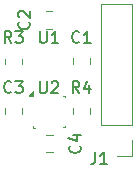
<source format=gbr>
%TF.GenerationSoftware,KiCad,Pcbnew,8.0.1*%
%TF.CreationDate,2024-05-03T15:12:58-07:00*%
%TF.ProjectId,DAWN_sensor_pcb,4441574e-5f73-4656-9e73-6f725f706362,rev?*%
%TF.SameCoordinates,Original*%
%TF.FileFunction,Legend,Top*%
%TF.FilePolarity,Positive*%
%FSLAX46Y46*%
G04 Gerber Fmt 4.6, Leading zero omitted, Abs format (unit mm)*
G04 Created by KiCad (PCBNEW 8.0.1) date 2024-05-03 15:12:58*
%MOMM*%
%LPD*%
G01*
G04 APERTURE LIST*
%ADD10C,0.150000*%
%ADD11C,0.120000*%
%ADD12C,0.100000*%
G04 APERTURE END LIST*
D10*
X145113330Y-72057916D02*
X145160950Y-72105535D01*
X145160950Y-72105535D02*
X145208569Y-72248392D01*
X145208569Y-72248392D02*
X145208569Y-72343630D01*
X145208569Y-72343630D02*
X145160950Y-72486487D01*
X145160950Y-72486487D02*
X145065711Y-72581725D01*
X145065711Y-72581725D02*
X144970473Y-72629344D01*
X144970473Y-72629344D02*
X144779997Y-72676963D01*
X144779997Y-72676963D02*
X144637140Y-72676963D01*
X144637140Y-72676963D02*
X144446664Y-72629344D01*
X144446664Y-72629344D02*
X144351426Y-72581725D01*
X144351426Y-72581725D02*
X144256188Y-72486487D01*
X144256188Y-72486487D02*
X144208569Y-72343630D01*
X144208569Y-72343630D02*
X144208569Y-72248392D01*
X144208569Y-72248392D02*
X144256188Y-72105535D01*
X144256188Y-72105535D02*
X144303807Y-72057916D01*
X144541902Y-71200773D02*
X145208569Y-71200773D01*
X144160950Y-71438868D02*
X144875235Y-71676963D01*
X144875235Y-71676963D02*
X144875235Y-71057916D01*
X141741845Y-66621069D02*
X141741845Y-67430592D01*
X141741845Y-67430592D02*
X141789464Y-67525830D01*
X141789464Y-67525830D02*
X141837083Y-67573450D01*
X141837083Y-67573450D02*
X141932321Y-67621069D01*
X141932321Y-67621069D02*
X142122797Y-67621069D01*
X142122797Y-67621069D02*
X142218035Y-67573450D01*
X142218035Y-67573450D02*
X142265654Y-67525830D01*
X142265654Y-67525830D02*
X142313273Y-67430592D01*
X142313273Y-67430592D02*
X142313273Y-66621069D01*
X142741845Y-66716307D02*
X142789464Y-66668688D01*
X142789464Y-66668688D02*
X142884702Y-66621069D01*
X142884702Y-66621069D02*
X143122797Y-66621069D01*
X143122797Y-66621069D02*
X143218035Y-66668688D01*
X143218035Y-66668688D02*
X143265654Y-66716307D01*
X143265654Y-66716307D02*
X143313273Y-66811545D01*
X143313273Y-66811545D02*
X143313273Y-66906783D01*
X143313273Y-66906783D02*
X143265654Y-67049640D01*
X143265654Y-67049640D02*
X142694226Y-67621069D01*
X142694226Y-67621069D02*
X143313273Y-67621069D01*
X141741845Y-62371069D02*
X141741845Y-63180592D01*
X141741845Y-63180592D02*
X141789464Y-63275830D01*
X141789464Y-63275830D02*
X141837083Y-63323450D01*
X141837083Y-63323450D02*
X141932321Y-63371069D01*
X141932321Y-63371069D02*
X142122797Y-63371069D01*
X142122797Y-63371069D02*
X142218035Y-63323450D01*
X142218035Y-63323450D02*
X142265654Y-63275830D01*
X142265654Y-63275830D02*
X142313273Y-63180592D01*
X142313273Y-63180592D02*
X142313273Y-62371069D01*
X143313273Y-63371069D02*
X142741845Y-63371069D01*
X143027559Y-63371069D02*
X143027559Y-62371069D01*
X143027559Y-62371069D02*
X142932321Y-62513926D01*
X142932321Y-62513926D02*
X142837083Y-62609164D01*
X142837083Y-62609164D02*
X142741845Y-62656783D01*
X146420416Y-72621069D02*
X146420416Y-73335354D01*
X146420416Y-73335354D02*
X146372797Y-73478211D01*
X146372797Y-73478211D02*
X146277559Y-73573450D01*
X146277559Y-73573450D02*
X146134702Y-73621069D01*
X146134702Y-73621069D02*
X146039464Y-73621069D01*
X147420416Y-73621069D02*
X146848988Y-73621069D01*
X147134702Y-73621069D02*
X147134702Y-72621069D01*
X147134702Y-72621069D02*
X147039464Y-72763926D01*
X147039464Y-72763926D02*
X146944226Y-72859164D01*
X146944226Y-72859164D02*
X146848988Y-72906783D01*
X139337083Y-63371069D02*
X139003750Y-62894878D01*
X138765655Y-63371069D02*
X138765655Y-62371069D01*
X138765655Y-62371069D02*
X139146607Y-62371069D01*
X139146607Y-62371069D02*
X139241845Y-62418688D01*
X139241845Y-62418688D02*
X139289464Y-62466307D01*
X139289464Y-62466307D02*
X139337083Y-62561545D01*
X139337083Y-62561545D02*
X139337083Y-62704402D01*
X139337083Y-62704402D02*
X139289464Y-62799640D01*
X139289464Y-62799640D02*
X139241845Y-62847259D01*
X139241845Y-62847259D02*
X139146607Y-62894878D01*
X139146607Y-62894878D02*
X138765655Y-62894878D01*
X139670417Y-62371069D02*
X140289464Y-62371069D01*
X140289464Y-62371069D02*
X139956131Y-62752021D01*
X139956131Y-62752021D02*
X140098988Y-62752021D01*
X140098988Y-62752021D02*
X140194226Y-62799640D01*
X140194226Y-62799640D02*
X140241845Y-62847259D01*
X140241845Y-62847259D02*
X140289464Y-62942497D01*
X140289464Y-62942497D02*
X140289464Y-63180592D01*
X140289464Y-63180592D02*
X140241845Y-63275830D01*
X140241845Y-63275830D02*
X140194226Y-63323450D01*
X140194226Y-63323450D02*
X140098988Y-63371069D01*
X140098988Y-63371069D02*
X139813274Y-63371069D01*
X139813274Y-63371069D02*
X139718036Y-63323450D01*
X139718036Y-63323450D02*
X139670417Y-63275830D01*
X145087083Y-67596069D02*
X144753750Y-67119878D01*
X144515655Y-67596069D02*
X144515655Y-66596069D01*
X144515655Y-66596069D02*
X144896607Y-66596069D01*
X144896607Y-66596069D02*
X144991845Y-66643688D01*
X144991845Y-66643688D02*
X145039464Y-66691307D01*
X145039464Y-66691307D02*
X145087083Y-66786545D01*
X145087083Y-66786545D02*
X145087083Y-66929402D01*
X145087083Y-66929402D02*
X145039464Y-67024640D01*
X145039464Y-67024640D02*
X144991845Y-67072259D01*
X144991845Y-67072259D02*
X144896607Y-67119878D01*
X144896607Y-67119878D02*
X144515655Y-67119878D01*
X145944226Y-66929402D02*
X145944226Y-67596069D01*
X145706131Y-66548450D02*
X145468036Y-67262735D01*
X145468036Y-67262735D02*
X146087083Y-67262735D01*
X139337083Y-67500830D02*
X139289464Y-67548450D01*
X139289464Y-67548450D02*
X139146607Y-67596069D01*
X139146607Y-67596069D02*
X139051369Y-67596069D01*
X139051369Y-67596069D02*
X138908512Y-67548450D01*
X138908512Y-67548450D02*
X138813274Y-67453211D01*
X138813274Y-67453211D02*
X138765655Y-67357973D01*
X138765655Y-67357973D02*
X138718036Y-67167497D01*
X138718036Y-67167497D02*
X138718036Y-67024640D01*
X138718036Y-67024640D02*
X138765655Y-66834164D01*
X138765655Y-66834164D02*
X138813274Y-66738926D01*
X138813274Y-66738926D02*
X138908512Y-66643688D01*
X138908512Y-66643688D02*
X139051369Y-66596069D01*
X139051369Y-66596069D02*
X139146607Y-66596069D01*
X139146607Y-66596069D02*
X139289464Y-66643688D01*
X139289464Y-66643688D02*
X139337083Y-66691307D01*
X139670417Y-66596069D02*
X140289464Y-66596069D01*
X140289464Y-66596069D02*
X139956131Y-66977021D01*
X139956131Y-66977021D02*
X140098988Y-66977021D01*
X140098988Y-66977021D02*
X140194226Y-67024640D01*
X140194226Y-67024640D02*
X140241845Y-67072259D01*
X140241845Y-67072259D02*
X140289464Y-67167497D01*
X140289464Y-67167497D02*
X140289464Y-67405592D01*
X140289464Y-67405592D02*
X140241845Y-67500830D01*
X140241845Y-67500830D02*
X140194226Y-67548450D01*
X140194226Y-67548450D02*
X140098988Y-67596069D01*
X140098988Y-67596069D02*
X139813274Y-67596069D01*
X139813274Y-67596069D02*
X139718036Y-67548450D01*
X139718036Y-67548450D02*
X139670417Y-67500830D01*
X140813330Y-61582916D02*
X140860950Y-61630535D01*
X140860950Y-61630535D02*
X140908569Y-61773392D01*
X140908569Y-61773392D02*
X140908569Y-61868630D01*
X140908569Y-61868630D02*
X140860950Y-62011487D01*
X140860950Y-62011487D02*
X140765711Y-62106725D01*
X140765711Y-62106725D02*
X140670473Y-62154344D01*
X140670473Y-62154344D02*
X140479997Y-62201963D01*
X140479997Y-62201963D02*
X140337140Y-62201963D01*
X140337140Y-62201963D02*
X140146664Y-62154344D01*
X140146664Y-62154344D02*
X140051426Y-62106725D01*
X140051426Y-62106725D02*
X139956188Y-62011487D01*
X139956188Y-62011487D02*
X139908569Y-61868630D01*
X139908569Y-61868630D02*
X139908569Y-61773392D01*
X139908569Y-61773392D02*
X139956188Y-61630535D01*
X139956188Y-61630535D02*
X140003807Y-61582916D01*
X140003807Y-61201963D02*
X139956188Y-61154344D01*
X139956188Y-61154344D02*
X139908569Y-61059106D01*
X139908569Y-61059106D02*
X139908569Y-60821011D01*
X139908569Y-60821011D02*
X139956188Y-60725773D01*
X139956188Y-60725773D02*
X140003807Y-60678154D01*
X140003807Y-60678154D02*
X140099045Y-60630535D01*
X140099045Y-60630535D02*
X140194283Y-60630535D01*
X140194283Y-60630535D02*
X140337140Y-60678154D01*
X140337140Y-60678154D02*
X140908569Y-61249582D01*
X140908569Y-61249582D02*
X140908569Y-60630535D01*
X145087083Y-63275830D02*
X145039464Y-63323450D01*
X145039464Y-63323450D02*
X144896607Y-63371069D01*
X144896607Y-63371069D02*
X144801369Y-63371069D01*
X144801369Y-63371069D02*
X144658512Y-63323450D01*
X144658512Y-63323450D02*
X144563274Y-63228211D01*
X144563274Y-63228211D02*
X144515655Y-63132973D01*
X144515655Y-63132973D02*
X144468036Y-62942497D01*
X144468036Y-62942497D02*
X144468036Y-62799640D01*
X144468036Y-62799640D02*
X144515655Y-62609164D01*
X144515655Y-62609164D02*
X144563274Y-62513926D01*
X144563274Y-62513926D02*
X144658512Y-62418688D01*
X144658512Y-62418688D02*
X144801369Y-62371069D01*
X144801369Y-62371069D02*
X144896607Y-62371069D01*
X144896607Y-62371069D02*
X145039464Y-62418688D01*
X145039464Y-62418688D02*
X145087083Y-62466307D01*
X146039464Y-63371069D02*
X145468036Y-63371069D01*
X145753750Y-63371069D02*
X145753750Y-62371069D01*
X145753750Y-62371069D02*
X145658512Y-62513926D01*
X145658512Y-62513926D02*
X145563274Y-62609164D01*
X145563274Y-62609164D02*
X145468036Y-62656783D01*
D11*
%TO.C,C4*%
X142292498Y-71156250D02*
X142815002Y-71156250D01*
X142292498Y-72626250D02*
X142815002Y-72626250D01*
D12*
%TO.C,U2*%
X141153750Y-70516250D02*
X141153750Y-70366250D01*
X141153750Y-70526250D02*
X141303750Y-70526250D01*
X143703750Y-67816250D02*
X143853750Y-67816250D01*
X143853750Y-67816250D02*
X143853750Y-67966250D01*
X143853750Y-70516250D02*
X143703750Y-70516250D01*
X143853750Y-70516250D02*
X143853750Y-70366250D01*
D11*
X141153750Y-67816250D02*
X140793750Y-67816250D01*
X141153750Y-67456250D01*
X141153750Y-67816250D01*
G36*
X141153750Y-67816250D02*
G01*
X140793750Y-67816250D01*
X141153750Y-67456250D01*
X141153750Y-67816250D01*
G37*
%TO.C,J1*%
X149583750Y-72906250D02*
X148253750Y-72906250D01*
X149583750Y-71576250D02*
X149583750Y-72906250D01*
X149583750Y-70306250D02*
X149583750Y-60086250D01*
X149583750Y-70306250D02*
X146923750Y-70306250D01*
X149583750Y-60086250D02*
X146923750Y-60086250D01*
X146923750Y-70306250D02*
X146923750Y-60086250D01*
%TO.C,R3*%
X138768750Y-64689186D02*
X138768750Y-65143314D01*
X140238750Y-64689186D02*
X140238750Y-65143314D01*
%TO.C,R4*%
X144518750Y-69368314D02*
X144518750Y-68914186D01*
X145988750Y-69368314D02*
X145988750Y-68914186D01*
%TO.C,C3*%
X138768750Y-69402502D02*
X138768750Y-68879998D01*
X140238750Y-69402502D02*
X140238750Y-68879998D01*
%TO.C,C2*%
X142765002Y-60681250D02*
X142242498Y-60681250D01*
X142765002Y-62151250D02*
X142242498Y-62151250D01*
%TO.C,C1*%
X144518750Y-64654998D02*
X144518750Y-65177502D01*
X145988750Y-64654998D02*
X145988750Y-65177502D01*
%TD*%
M02*

</source>
